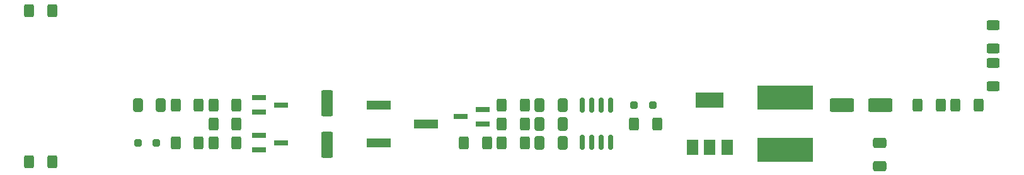
<source format=gbr>
G04 #@! TF.GenerationSoftware,KiCad,Pcbnew,7.0.10-7.0.10~ubuntu22.04.1*
G04 #@! TF.CreationDate,2024-01-07T20:53:06+01:00*
G04 #@! TF.ProjectId,Geiger Tube Driver,47656967-6572-4205-9475-626520447269,1.1*
G04 #@! TF.SameCoordinates,Original*
G04 #@! TF.FileFunction,Paste,Top*
G04 #@! TF.FilePolarity,Positive*
%FSLAX46Y46*%
G04 Gerber Fmt 4.6, Leading zero omitted, Abs format (unit mm)*
G04 Created by KiCad (PCBNEW 7.0.10-7.0.10~ubuntu22.04.1) date 2024-01-07 20:53:06*
%MOMM*%
%LPD*%
G01*
G04 APERTURE LIST*
G04 Aperture macros list*
%AMRoundRect*
0 Rectangle with rounded corners*
0 $1 Rounding radius*
0 $2 $3 $4 $5 $6 $7 $8 $9 X,Y pos of 4 corners*
0 Add a 4 corners polygon primitive as box body*
4,1,4,$2,$3,$4,$5,$6,$7,$8,$9,$2,$3,0*
0 Add four circle primitives for the rounded corners*
1,1,$1+$1,$2,$3*
1,1,$1+$1,$4,$5*
1,1,$1+$1,$6,$7*
1,1,$1+$1,$8,$9*
0 Add four rect primitives between the rounded corners*
20,1,$1+$1,$2,$3,$4,$5,0*
20,1,$1+$1,$4,$5,$6,$7,0*
20,1,$1+$1,$6,$7,$8,$9,0*
20,1,$1+$1,$8,$9,$2,$3,0*%
G04 Aperture macros list end*
%ADD10RoundRect,0.250000X-0.250000X-0.250000X0.250000X-0.250000X0.250000X0.250000X-0.250000X0.250000X0*%
%ADD11RoundRect,0.250000X0.400000X0.625000X-0.400000X0.625000X-0.400000X-0.625000X0.400000X-0.625000X0*%
%ADD12RoundRect,0.150000X-0.150000X0.825000X-0.150000X-0.825000X0.150000X-0.825000X0.150000X0.825000X0*%
%ADD13RoundRect,0.250000X-0.400000X-0.625000X0.400000X-0.625000X0.400000X0.625000X-0.400000X0.625000X0*%
%ADD14R,1.900000X0.800000*%
%ADD15RoundRect,0.250000X0.625000X-0.400000X0.625000X0.400000X-0.625000X0.400000X-0.625000X-0.400000X0*%
%ADD16RoundRect,0.250000X-0.650000X0.412500X-0.650000X-0.412500X0.650000X-0.412500X0.650000X0.412500X0*%
%ADD17RoundRect,0.250000X-0.412500X-0.650000X0.412500X-0.650000X0.412500X0.650000X-0.412500X0.650000X0*%
%ADD18RoundRect,0.250000X1.400000X0.650000X-1.400000X0.650000X-1.400000X-0.650000X1.400000X-0.650000X0*%
%ADD19RoundRect,0.250000X1.399995X0.650000X-1.399995X0.650000X-1.399995X-0.650000X1.399995X-0.650000X0*%
%ADD20R,1.500000X2.000000*%
%ADD21R,3.800000X2.000000*%
%ADD22R,3.300000X1.190000*%
%ADD23RoundRect,0.250000X0.250000X0.250000X-0.250000X0.250000X-0.250000X-0.250000X0.250000X-0.250000X0*%
%ADD24RoundRect,0.250000X0.412500X0.650000X-0.412500X0.650000X-0.412500X-0.650000X0.412500X-0.650000X0*%
%ADD25RoundRect,0.250000X0.550000X-1.500000X0.550000X1.500000X-0.550000X1.500000X-0.550000X-1.500000X0*%
%ADD26R,7.500000X3.180000*%
G04 APERTURE END LIST*
D10*
X97290000Y-111870000D03*
X99790000Y-111870000D03*
D11*
X110550000Y-109330000D03*
X107450000Y-109330000D03*
D12*
X160815000Y-106855000D03*
X159545000Y-106855000D03*
X158275000Y-106855000D03*
X157005000Y-106855000D03*
X157005000Y-111805000D03*
X158275000Y-111805000D03*
X159545000Y-111805000D03*
X160815000Y-111805000D03*
D13*
X207170000Y-106790000D03*
X210270000Y-106790000D03*
D14*
X143670000Y-109330000D03*
X143670000Y-107430000D03*
X140670000Y-108380000D03*
D15*
X212250000Y-104250000D03*
X212250000Y-101150000D03*
X212250000Y-99170000D03*
X212250000Y-96070000D03*
D16*
X197010000Y-111870000D03*
X197010000Y-114995000D03*
D13*
X163990000Y-109330000D03*
X167090000Y-109330000D03*
D17*
X151290000Y-106790000D03*
X154415000Y-106790000D03*
D18*
X197070000Y-106790000D03*
D19*
X191870005Y-106790000D03*
D13*
X107450000Y-111870000D03*
X110550000Y-111870000D03*
D17*
X151290000Y-111870000D03*
X154415000Y-111870000D03*
D13*
X107450000Y-106790000D03*
X110550000Y-106790000D03*
D17*
X151290000Y-109330000D03*
X154415000Y-109330000D03*
D11*
X144230000Y-111870000D03*
X141130000Y-111870000D03*
D20*
X171850000Y-112480000D03*
X174150000Y-112480000D03*
D21*
X174150000Y-106180000D03*
D20*
X176450000Y-112480000D03*
D11*
X149310000Y-109330000D03*
X146210000Y-109330000D03*
D22*
X129650000Y-106790000D03*
X136050000Y-109330000D03*
X129650000Y-111870000D03*
D11*
X85810000Y-94090000D03*
X82710000Y-94090000D03*
X105470000Y-111870000D03*
X102370000Y-111870000D03*
D13*
X146210000Y-111870000D03*
X149310000Y-111870000D03*
D11*
X85810000Y-114410000D03*
X82710000Y-114410000D03*
D13*
X102370000Y-106790000D03*
X105470000Y-106790000D03*
D14*
X113570000Y-105840000D03*
X113570000Y-107740000D03*
X116570000Y-106790000D03*
D23*
X166490000Y-106790000D03*
X163990000Y-106790000D03*
D24*
X100415000Y-106790000D03*
X97290000Y-106790000D03*
D25*
X122690000Y-112130000D03*
X122690000Y-106530000D03*
D14*
X113570000Y-110920000D03*
X113570000Y-112820000D03*
X116570000Y-111870000D03*
D11*
X149310000Y-106790000D03*
X146210000Y-106790000D03*
D13*
X202090000Y-106790000D03*
X205190000Y-106790000D03*
D26*
X184310000Y-112820000D03*
X184310000Y-105840000D03*
M02*

</source>
